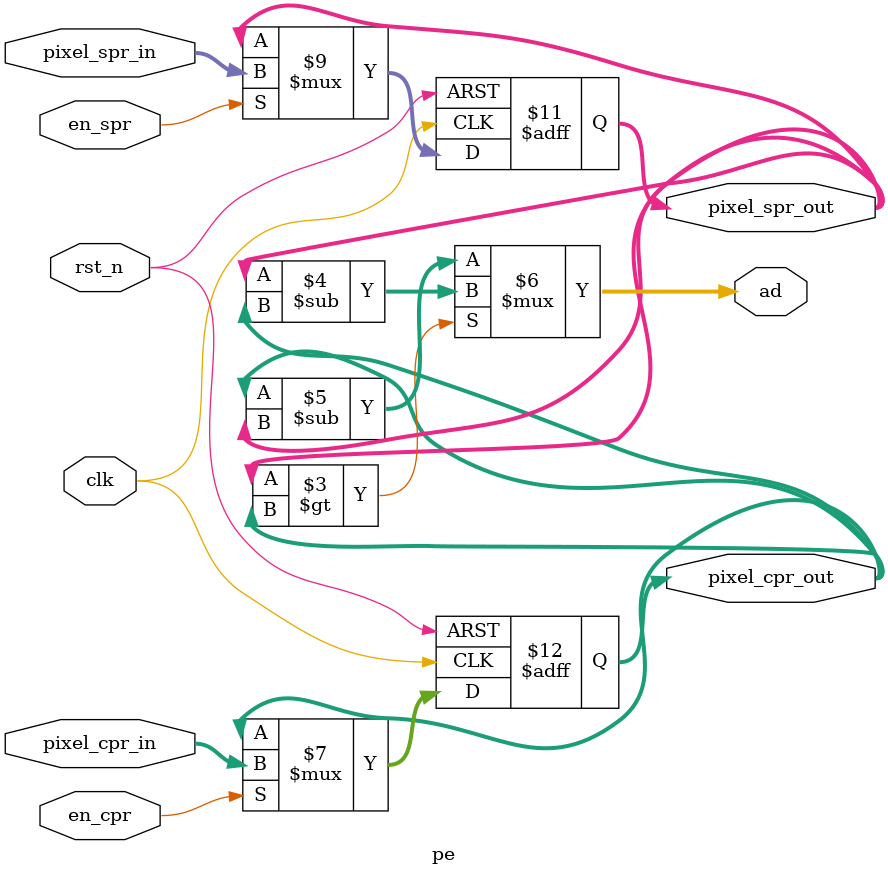
<source format=sv>
module pe #
(
    parameter MACRO_DIM  = 16
)
(
    input  logic       rst_n,
    input  logic       clk,
    input  logic       en_spr,
    input  logic       en_cpr,
    input  logic [7:0] pixel_spr_in,
    input  logic [7:0] pixel_cpr_in,
    output logic [7:0] pixel_spr_out,
    output logic [7:0] pixel_cpr_out,
    output logic [7:0] ad
);

always @(posedge clk or negedge rst_n) 
begin
    if(~rst_n) 
    begin
        pixel_spr_out <= 0;
        pixel_cpr_out <= 0;
    end 
    else 
    begin
        if(en_spr)
        begin
            pixel_spr_out <= #1 pixel_spr_in;
        end
        if(en_cpr)
        begin
            pixel_cpr_out <= #1 pixel_cpr_in;
        end
    end
end

assign ad = (pixel_spr_out > pixel_cpr_out) ? pixel_spr_out - pixel_cpr_out : pixel_cpr_out - pixel_spr_out;

endmodule
</source>
